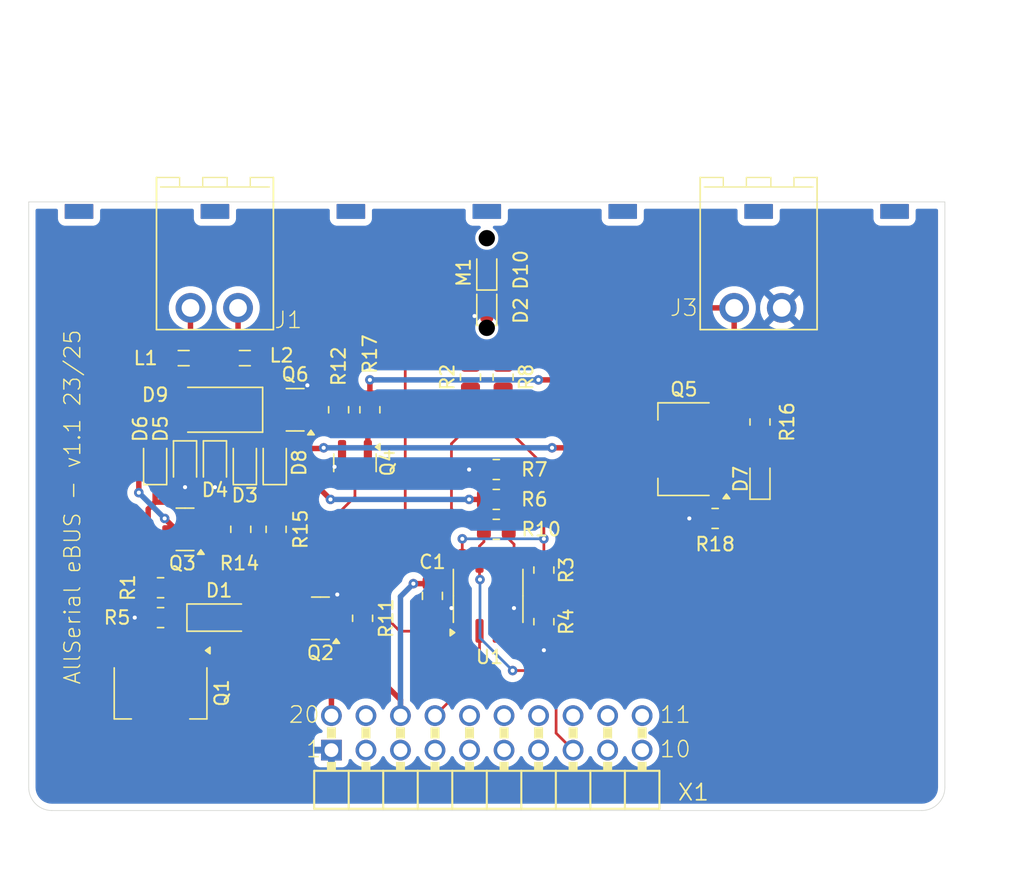
<source format=kicad_pcb>
(kicad_pcb (version 20241229) (generator "pcbnew") (generator_version "9.0")
  (layers (0 "F.Cu" signal) (2 "B.Cu" signal) (13 "F.Paste" user) (15 "B.Paste" user) (5 "F.SilkS" user "F.Silkscreen") (7 "B.SilkS" user "B.Silkscreen") (1 "F.Mask" user) (3 "B.Mask" user) (25 "Edge.Cuts" user))
  (net 0 "")
  (net 13 "Net-(D1-A)")
  (net 14 "Net-(Q2-B)")
  (net 15 "Net-(D1-K)")
  (net 16 "Net-(D2-A)")
  (net 17 "Net-(D10-A)")
  (net 18 "Net-(Q1-C-Pad2)")
  (net 19 "GND")
  (net 20 "Net-(U1B-+)")
  (net 21 "Net-(J1-Pin_2)")
  (net 22 "Net-(R11-Pad1)")
  (net 23 "Net-(U1A--)")
  (net 24 "+5V")
  (net 25 "Net-(D3-A)")
  (net 26 "Net-(D3-K)")
  (net 27 "Net-(D5-K)")
  (net 28 "Net-(D8-A)")
  (net 29 "+24V")
  (net 30 "Net-(Q3-B)")
  (net 31 "Net-(Q4-C)")
  (net 32 "Net-(Q4-B)")
  (net 33 "Net-(Q6-B)")
  (net 34 "Net-(X1A-RXD)")
  (net 35 "Net-(Q5-E)")
  (net 36 "Net-(D7-K)")
  (net 37 "Net-(J1-Pin_1)")
  (net 38 "+2V5")
  (footprint "Resistor_SMD:R_0805_2012Metric" (layer "F.Cu") (at 150.77 86.545 -90)
    (property "Reference" "R8" (at 0 -1.7 90) (layer "F.SilkS"))
    (property "Value" "220")
    (pad "1" smd roundrect (at -0.9125 0 270) (size 1.025 1.4) (layers "F.Cu" "F.Mask" "F.Paste") (roundrect_rratio 0.243902) (net 17 "Net-(D10-A)"))
    (pad "2" smd roundrect (at 0.9125 0 270) (size 1.025 1.4) (layers "F.Cu" "F.Mask" "F.Paste") (roundrect_rratio 0.243902) (net 24 "+5V"))
  )
  (footprint "Resistor_SMD:R_0805_2012Metric" (layer "F.Cu") (at 138.67 88.945 90)
    (property "Reference" "R12" (at 3.2 0 90) (layer "F.SilkS"))
    (property "Value" "4k7")
    (pad "1" smd roundrect (at -0.9125 0 90) (size 1.025 1.4) (layers "F.Cu" "F.Mask" "F.Paste") (roundrect_rratio 0.243902) (net 33 "Net-(Q6-B)"))
    (pad "2" smd roundrect (at 0.9125 0 90) (size 1.025 1.4) (layers "F.Cu" "F.Mask" "F.Paste") (roundrect_rratio 0.243902) (net 29 "+24V"))
  )
  (footprint "Diode_SMD:D_SOD-323" (layer "F.Cu") (at 131.77 92.845 90)
    (property "Reference" "D3" (at -2.4 0 180) (layer "F.SilkS"))
    (property "Value" "SD103AWS")
    (pad "1" smd roundrect (at -1.05 0 90) (size 0.6 0.45) (layers "F.Cu" "F.Mask" "F.Paste") (net 26 "Net-(D3-K)"))
    (pad "2" smd roundrect (at 1.05 0 90) (size 0.6 0.45) (layers "F.Cu" "F.Mask" "F.Paste") (net 25 "Net-(D3-A)"))
  )
  (footprint "Inductor_SMD:L_0805_2012Metric" (layer "F.Cu") (at 127.27 85.145 180)
    (property "Reference" "L1" (at 2.8 0 0) (layer "F.SilkS"))
    (property "Value" "~")
    (pad "1" smd roundrect (at -1.0625 0 180) (size 0.875 1.2) (layers "F.Cu" "F.Mask" "F.Paste") (net 27 "Net-(D5-K)"))
    (pad "2" smd roundrect (at 1.0625 0 180) (size 0.875 1.2) (layers "F.Cu" "F.Mask" "F.Paste") (net 21 "Net-(J1-Pin_2)"))
  )
  (footprint "Resistor_SMD:R_0805_2012Metric" (layer "F.Cu") (at 131.47 97.745 90)
    (property "Reference" "R14" (at -2.5 -0.1 180) (layer "F.SilkS"))
    (property "Value" "12k")
    (pad "1" smd roundrect (at -0.9125 0 90) (size 1.025 1.4) (layers "F.Cu" "F.Mask" "F.Paste") (roundrect_rratio 0.243902) (net 30 "Net-(Q3-B)"))
    (pad "2" smd roundrect (at 0.9125 0 90) (size 1.025 1.4) (layers "F.Cu" "F.Mask" "F.Paste") (roundrect_rratio 0.243902) (net 26 "Net-(D3-K)"))
  )
  (footprint "Resistor_SMD:R_0805_2012Metric" (layer "F.Cu") (at 125.57 104.245 180)
    (property "Reference" "R5" (at 3.2 0 0) (layer "F.SilkS"))
    (property "Value" "6R8")
    (pad "1" smd roundrect (at -0.9125 0 180) (size 1.025 1.4) (layers "F.Cu" "F.Mask" "F.Paste") (roundrect_rratio 0.243902) (net 18 "Net-(Q1-C-Pad2)"))
    (pad "2" smd roundrect (at 0.9125 0 180) (size 1.025 1.4) (layers "F.Cu" "F.Mask" "F.Paste") (roundrect_rratio 0.243902) (net 19 "GND"))
  )
  (footprint "Inductor_SMD:L_0805_2012Metric" (layer "F.Cu") (at 131.77 85.145 180)
    (property "Reference" "L2" (at -2.7 0.2 0) (layer "F.SilkS"))
    (property "Value" "~")
    (pad "1" smd roundrect (at -1.0625 0 180) (size 0.875 1.2) (layers "F.Cu" "F.Mask" "F.Paste") (net 37 "Net-(J1-Pin_1)"))
    (pad "2" smd roundrect (at 1.0625 0 180) (size 0.875 1.2) (layers "F.Cu" "F.Mask" "F.Paste") (net 25 "Net-(D3-A)"))
  )
  (footprint "Resistor_SMD:R_0805_2012Metric" (layer "F.Cu") (at 153.77 104.545 -90)
    (property "Reference" "R4" (at 0 -1.65 90) (layer "F.SilkS"))
    (property "Value" "12k")
    (pad "1" smd roundrect (at -0.9125 0 270) (size 1.025 1.4) (layers "F.Cu" "F.Mask" "F.Paste") (roundrect_rratio 0.243902) (net 38 "+2V5"))
    (pad "2" smd roundrect (at 0.9125 0 270) (size 1.025 1.4) (layers "F.Cu" "F.Mask" "F.Paste") (roundrect_rratio 0.243902) (net 19 "GND"))
  )
  (footprint "AllSerial:Metz_PT11302HBBN_182" (layer "F.Cu") (at 169.57 81.445 180)
    (property "Reference" "J3" (at 6.6 -0.7 0) (layer "F.SilkS") (effects (font (size 1.2065 1.2065) (thickness 0.09652)) (justify left bottom)))
    (property "Value" "Conn_01x02")
    (pad "1" thru_hole circle (at -1.7 0 270) (size 2.1844 2.1844) (drill 1.3) (layers "*.Cu" "*.Mask") (net 19 "GND"))
    (pad "2" thru_hole circle (at 1.8 0 270) (size 2.1844 2.1844) (drill 1.3) (layers "*.Cu" "*.Mask") (net 29 "+24V"))
  )
  (footprint "AllSerial:Mentor 1296.2012" (layer "F.Cu") (at 149.57 79.615 90)
    (property "Reference" "M1" (at 0.77 -1.7 90) (layer "F.SilkS"))
    (property "Value" "~")
    (pad "" np_thru_hole circle (at -3.3 0 90) (size 1.2 1.2) (drill 1.2) (layers "*.Mask"))
    (pad "" np_thru_hole circle (at 3.3 0 90) (size 1.2 1.2) (drill 1.2) (layers "*.Mask"))
  )
  (footprint "Diode_SMD:D_SOD-123" (layer "F.Cu") (at 129.87 104.245)
    (property "Reference" "D1" (at 0 -2 0) (layer "F.SilkS"))
    (property "Value" "BZT52C7V5S")
    (pad "1" smd roundrect (at -1.65 0) (size 0.9 1.2) (layers "F.Cu" "F.Mask" "F.Paste") (net 15 "Net-(D1-K)"))
    (pad "2" smd roundrect (at 1.65 0) (size 0.9 1.2) (layers "F.Cu" "F.Mask" "F.Paste") (net 13 "Net-(D1-A)"))
  )
  (footprint "Package_TO_SOT_SMD:SOT-23" (layer "F.Cu") (at 135.47 88.945 180)
    (property "Reference" "Q6" (at 0 2.6 0) (layer "F.SilkS"))
    (property "Value" "BC847")
    (pad "1" smd roundrect (at -0.9375 -0.95 180) (size 1.475 0.6) (layers "F.Cu" "F.Mask" "F.Paste") (net 33 "Net-(Q6-B)"))
    (pad "2" smd roundrect (at -0.9375 0.95 180) (size 1.475 0.6) (layers "F.Cu" "F.Mask" "F.Paste") (net 19 "GND"))
    (pad "3" smd roundrect (at 0.9375 0 180) (size 1.475 0.6) (layers "F.Cu" "F.Mask" "F.Paste") (net 25 "Net-(D3-A)"))
  )
  (footprint "LED_SMD:LED_0603_1608Metric" (layer "F.Cu") (at 169.67 94.045 90)
    (property "Reference" "D7" (at 0 -1.43 90) (layer "F.SilkS"))
    (property "Value" "RD")
    (pad "1" smd roundrect (at -0.7875 0 90) (size 0.875 0.95) (layers "F.Cu" "F.Mask" "F.Paste") (net 36 "Net-(D7-K)"))
    (pad "2" smd roundrect (at 0.7875 0 90) (size 0.875 0.95) (layers "F.Cu" "F.Mask" "F.Paste") (net 29 "+24V"))
  )
  (footprint "Package_TO_SOT_SMD:SOT-223" (layer "F.Cu") (at 164.07 91.845 180)
    (property "Reference" "Q5" (at 0 4.4 0) (layer "F.SilkS"))
    (property "Value" "Q_PNP_BCEC")
    (pad "1" smd roundrect (at -3.15 -2.3 180) (size 2 1.5) (layers "F.Cu" "F.Mask" "F.Paste") (net 36 "Net-(D7-K)"))
    (pad "2" smd roundrect (at -3.15 0 180) (size 2 1.5) (layers "F.Cu" "F.Mask" "F.Paste") (net 28 "Net-(D8-A)"))
    (pad "3" smd roundrect (at -3.15 2.3 180) (size 2 1.5) (layers "F.Cu" "F.Mask" "F.Paste") (net 35 "Net-(Q5-E)"))
    (pad "4" smd roundrect (at 3.15 0 180) (size 2 3.8) (layers "F.Cu" "F.Mask" "F.Paste") (net 28 "Net-(D8-A)"))
  )
  (footprint "LED_SMD:LED_0603_1608Metric" (layer "F.Cu") (at 149.57 81.245 90)
    (property "Reference" "D2" (at -0.4 2.5 90) (layer "F.SilkS"))
    (property "Value" "GN")
    (pad "1" smd roundrect (at -0.7875 0 90) (size 0.875 0.95) (layers "F.Cu" "F.Mask" "F.Paste") (net 19 "GND"))
    (pad "2" smd roundrect (at 0.7875 0 90) (size 0.875 0.95) (layers "F.Cu" "F.Mask" "F.Paste") (net 16 "Net-(D2-A)"))
  )
  (footprint "AllSerial:SlaveBoard" (layer "F.Cu") (at 149.57 118.445)
    (property "Reference" "X1" (at 13.97 -0.635 0) (layer "F.SilkS") (effects (font (size 1.2065 1.2065) (thickness 0.127)) (justify left bottom)))
    (property "Value" "AllSerial_Connector" (hide yes))
    (fp_rect (start -31 -44.6) (end -29 -43.6) (stroke (width 0.1)) (fill yes) (layer "F.Cu"))
    (fp_rect (start -21 -44.6) (end -19 -43.6) (stroke (width 0.1)) (fill yes) (layer "F.Cu"))
    (fp_rect (start -11 -44.6) (end -9 -43.6) (stroke (width 0.1)) (fill yes) (layer "F.Cu"))
    (fp_rect (start -1 -44.6) (end 1 -43.6) (stroke (width 0.1)) (fill yes) (layer "F.Cu"))
    (fp_rect (start 9 -44.6) (end 11 -43.6) (stroke (width 0.1)) (fill yes) (layer "F.Cu"))
    (fp_rect (start 19 -44.6) (end 21 -43.6) (stroke (width 0.1)) (fill yes) (layer "F.Cu"))
    (fp_rect (start 29 -44.6) (end 31 -43.6) (stroke (width 0.1)) (fill yes) (layer "F.Cu"))
    (fp_rect (start -31 -44.6) (end -29 -43.6) (stroke (width 0.1)) (fill yes) (layer "B.Cu"))
    (fp_rect (start -21 -44.6) (end -19 -43.6) (stroke (width 0.1)) (fill yes) (layer "B.Cu"))
    (fp_rect (start -11 -44.6) (end -9 -43.6) (stroke (width 0.1)) (fill yes) (layer "B.Cu"))
    (fp_rect (start -1 -44.6) (end 1 -43.6) (stroke (width 0.1)) (fill yes) (layer "B.Cu"))
    (fp_rect (start 9 -44.6) (end 11 -43.6) (stroke (width 0.1)) (fill yes) (layer "B.Cu"))
    (fp_rect (start 19 -44.6) (end 21 -43.6) (stroke (width 0.1)) (fill yes) (layer "B.Cu"))
    (fp_rect (start 29 -44.6) (end 31 -43.6) (stroke (width 0.1)) (fill yes) (layer "B.Cu"))
    (fp_line (start -33.7 -44.8) (end 33.7 -44.8) (stroke (width 0.05)) (layer "Edge.Cuts"))
    (fp_line (start -33.7 -1.7) (end -33.7 -44.8) (stroke (width 0.05)) (layer "Edge.Cuts"))
    (fp_line (start 32 0) (end -32 0) (stroke (width 0.05)) (layer "Edge.Cuts"))
    (fp_line (start 33.7 -44.8) (end 33.7 -1.7) (stroke (width 0.05)) (layer "Edge.Cuts"))
    (fp_arc (start -32 0) (mid -33.202082 -0.497918) (end -33.7 -1.7) (stroke (width 0.05)) (layer "Edge.Cuts"))
    (fp_arc (start 33.7 -1.7) (mid 33.202082 -0.497918) (end 32 0) (stroke (width 0.05)) (layer "Edge.Cuts"))
    (fp_text user "1" (at -13.38 -3.81 0) (layer "F.SilkS") (effects (font (size 1.2065 1.2065) (thickness 0.1016)) (justify left bottom)))
    (fp_text user "20" (at -14.65 -6.35 0) (layer "F.SilkS") (effects (font (size 1.2065 1.2065) (thickness 0.1016)) (justify left bottom)))
    (fp_text user "10" (at 12.655 -3.81 0) (layer "F.SilkS") (effects (font (size 1.2065 1.2065) (thickness 0.1016)) (justify left bottom)))
    (fp_text user "11" (at 12.655 -6.35 0) (layer "F.SilkS") (effects (font (size 1.2065 1.2065) (thickness 0.1016)) (justify left bottom)))
    (pad "1" thru_hole rect (at -11.43 -4.445 180) (size 1.524 1.524) (drill 1.016) (layers "*.Cu" "*.Mask") (net 19 "GND"))
    (pad "2" thru_hole circle (at -8.89 -4.445 180) (size 1.524 1.524) (drill 1.016) (layers "*.Cu" "*.Mask"))
    (pad "3" thru_hole circle (at -6.35 -4.445 180) (size 1.524 1.524) (drill 1.016) (layers "*.Cu" "*.Mask"))
    (pad "4" thru_hole circle (at -3.81 -4.445 180) (size 1.524 1.524) (drill 1.016) (layers "*.Cu" "*.Mask"))
    (pad "5" thru_hole circle (at -1.27 -4.445 180) (size 1.524 1.524) (drill 1.016) (layers "*.Cu" "*.Mask"))
    (pad "6" thru_hole circle (at 1.27 -4.445 180) (size 1.524 1.524) (drill 1.016) (layers "*.Cu" "*.Mask"))
    (pad "7" thru_hole circle (at 3.81 -4.445 180) (size 1.524 1.524) (drill 1.016) (layers "*.Cu" "*.Mask"))
    (pad "8" thru_hole circle (at 6.35 -4.445 180) (size 1.524 1.524) (drill 1.016) (layers "*.Cu" "*.Mask") (net 34 "Net-(X1A-RXD)"))
    (pad "9" thru_hole circle (at 8.89 -4.445 180) (size 1.524 1.524) (drill 1.016) (layers "*.Cu" "*.Mask"))
    (pad "10" thru_hole circle (at 11.43 -4.445 180) (size 1.524 1.524) (drill 1.016) (layers "*.Cu" "*.Mask"))
    (pad "11" thru_hole circle (at 11.43 -6.985 180) (size 1.524 1.524) (drill 1.016) (layers "*.Cu" "*.Mask"))
    (pad "12" thru_hole circle (at 8.89 -6.985 180) (size 1.524 1.524) (drill 1.016) (layers "*.Cu" "*.Mask"))
    (pad "13" thru_hole circle (at 6.35 -6.985 180) (size 1.524 1.524) (drill 1.016) (layers "*.Cu" "*.Mask"))
    (pad "14" thru_hole circle (at 3.81 -6.985 180) (size 1.524 1.524) (drill 1.016) (layers "*.Cu" "*.Mask"))
    (pad "15" thru_hole circle (at 1.27 -6.985 180) (size 1.524 1.524) (drill 1.016) (layers "*.Cu" "*.Mask"))
    (pad "16" thru_hole circle (at -1.27 -6.985 180) (size 1.524 1.524) (drill 1.016) (layers "*.Cu" "*.Mask"))
    (pad "17" thru_hole circle (at -3.81 -6.985 180) (size 1.524 1.524) (drill 1.016) (layers "*.Cu" "*.Mask") (net 23 "Net-(U1A--)"))
    (pad "18" thru_hole circle (at -6.35 -6.985 180) (size 1.524 1.524) (drill 1.016) (layers "*.Cu" "*.Mask") (net 24 "+5V"))
    (pad "19" thru_hole circle (at -8.89 -6.985 180) (size 1.524 1.524) (drill 1.016) (layers "*.Cu" "*.Mask"))
    (pad "20" thru_hole circle (at -11.43 -6.985 180) (size 1.524 1.524) (drill 1.016) (layers "*.Cu" "*.Mask") (net 24 "+5V"))
  )
  (footprint "Resistor_SMD:R_0805_2012Metric" (layer "F.Cu") (at 148.37 86.545 -90)
    (property "Reference" "R2" (at 0 1.7 90) (layer "F.SilkS"))
    (property "Value" "220")
    (pad "1" smd roundrect (at -0.9125 0 270) (size 1.025 1.4) (layers "F.Cu" "F.Mask" "F.Paste") (roundrect_rratio 0.243902) (net 16 "Net-(D2-A)"))
    (pad "2" smd roundrect (at 0.9125 0 270) (size 1.025 1.4) (layers "F.Cu" "F.Mask" "F.Paste") (roundrect_rratio 0.243902) (net 34 "Net-(X1A-RXD)"))
  )
  (footprint "Resistor_SMD:R_0805_2012Metric" (layer "F.Cu") (at 169.67 89.845 90)
    (property "Reference" "R16" (at 0 2 90) (layer "F.SilkS"))
    (property "Value" "22")
    (pad "1" smd roundrect (at -0.9125 0 90) (size 1.025 1.4) (layers "F.Cu" "F.Mask" "F.Paste") (roundrect_rratio 0.243902) (net 29 "+24V"))
    (pad "2" smd roundrect (at 0.9125 0 90) (size 1.025 1.4) (layers "F.Cu" "F.Mask" "F.Paste") (roundrect_rratio 0.243902) (net 35 "Net-(Q5-E)"))
  )
  (footprint "Resistor_SMD:R_0805_2012Metric" (layer "F.Cu") (at 140.97 88.945 90)
    (property "Reference" "R17" (at 4.1 0 90) (layer "F.SilkS"))
    (property "Value" "4k7")
    (pad "1" smd roundrect (at -0.9125 0 90) (size 1.025 1.4) (layers "F.Cu" "F.Mask" "F.Paste") (roundrect_rratio 0.243902) (net 32 "Net-(Q4-B)"))
    (pad "2" smd roundrect (at 0.9125 0 90) (size 1.025 1.4) (layers "F.Cu" "F.Mask" "F.Paste") (roundrect_rratio 0.243902) (net 29 "+24V"))
  )
  (footprint "Resistor_SMD:R_0805_2012Metric" (layer "F.Cu") (at 166.37 96.945 180)
    (property "Reference" "R18" (at 0 -1.9 0) (layer "F.SilkS"))
    (property "Value" "12k")
    (pad "1" smd roundrect (at -0.9125 0 180) (size 1.025 1.4) (layers "F.Cu" "F.Mask" "F.Paste") (roundrect_rratio 0.243902) (net 36 "Net-(D7-K)"))
    (pad "2" smd roundrect (at 0.9125 0 180) (size 1.025 1.4) (layers "F.Cu" "F.Mask" "F.Paste") (roundrect_rratio 0.243902) (net 19 "GND"))
  )
  (footprint "LED_SMD:LED_0603_1608Metric" (layer "F.Cu") (at 149.57 78.645 90)
    (property "Reference" "D10" (at 0 2.5 90) (layer "F.SilkS"))
    (property "Value" "RD")
    (pad "1" smd roundrect (at -0.7875 0 90) (size 0.875 0.95) (layers "F.Cu" "F.Mask" "F.Paste") (net 13 "Net-(D1-A)"))
    (pad "2" smd roundrect (at 0.7875 0 90) (size 0.875 0.95) (layers "F.Cu" "F.Mask" "F.Paste") (net 17 "Net-(D10-A)"))
  )
  (footprint "Capacitor_SMD:C_0805_2012Metric" (layer "F.Cu") (at 145.57 102.645 -90)
    (property "Reference" "C1" (at -2.5 0 180) (layer "F.SilkS"))
    (property "Value" "100n")
    (pad "1" smd roundrect (at -0.95 0 270) (size 1 1.45) (layers "F.Cu" "F.Mask" "F.Paste") (net 24 "+5V"))
    (pad "2" smd roundrect (at 0.95 0 270) (size 1 1.45) (layers "F.Cu" "F.Mask" "F.Paste") (net 19 "GND"))
  )
  (footprint "Resistor_SMD:R_0805_2012Metric" (layer "F.Cu") (at 150.27 95.545 180)
    (property "Reference" "R6" (at -2.8 0 0) (layer "F.SilkS"))
    (property "Value" "47k")
    (pad "1" smd roundrect (at -0.9125 0 180) (size 1.025 1.4) (layers "F.Cu" "F.Mask" "F.Paste") (roundrect_rratio 0.243902) (net 20 "Net-(U1B-+)"))
    (pad "2" smd roundrect (at 0.9125 0 180) (size 1.025 1.4) (layers "F.Cu" "F.Mask" "F.Paste") (roundrect_rratio 0.243902) (net 26 "Net-(D3-K)"))
  )
  (footprint "Package_TO_SOT_SMD:SOT-23" (layer "F.Cu") (at 139.87 92.845 -90)
    (property "Reference" "Q4" (at 0 -2.4 90) (layer "F.SilkS"))
    (property "Value" "BC847")
    (pad "1" smd roundrect (at -0.9375 -0.95 270) (size 1.475 0.6) (layers "F.Cu" "F.Mask" "F.Paste") (net 32 "Net-(Q4-B)"))
    (pad "2" smd roundrect (at -0.9375 0.95 270) (size 1.475 0.6) (layers "F.Cu" "F.Mask" "F.Paste") (net 19 "GND"))
    (pad "3" smd roundrect (at 0.9375 0 270) (size 1.475 0.6) (layers "F.Cu" "F.Mask" "F.Paste") (net 31 "Net-(Q4-C)"))
  )
  (footprint "Resistor_SMD:R_0805_2012Metric" (layer "F.Cu") (at 140.4325 104.295 -90)
    (property "Reference" "R11" (at 0 -1.7375 90) (layer "F.SilkS"))
    (property "Value" "12k")
    (pad "1" smd roundrect (at -0.9125 0 270) (size 1.025 1.4) (layers "F.Cu" "F.Mask" "F.Paste") (roundrect_rratio 0.243902) (net 22 "Net-(R11-Pad1)"))
    (pad "2" smd roundrect (at 0.9125 0 270) (size 1.025 1.4) (layers "F.Cu" "F.Mask" "F.Paste") (roundrect_rratio 0.243902) (net 14 "Net-(Q2-B)"))
  )
  (footprint "Resistor_SMD:R_0805_2012Metric" (layer "F.Cu") (at 150.27 97.745)
    (property "Reference" "R10" (at 3.3 0 0) (layer "F.SilkS"))
    (property "Value" "220k")
    (pad "1" smd roundrect (at -0.9125 0) (size 1.025 1.4) (layers "F.Cu" "F.Mask" "F.Paste") (roundrect_rratio 0.243902) (net 34 "Net-(X1A-RXD)"))
    (pad "2" smd roundrect (at 0.9125 0) (size 1.025 1.4) (layers "F.Cu" "F.Mask" "F.Paste") (roundrect_rratio 0.243902) (net 20 "Net-(U1B-+)"))
  )
  (footprint "Package_TO_SOT_SMD:SOT-23" (layer "F.Cu") (at 127.37 97.745 180)
    (property "Reference" "Q3" (at 0.2 -2.5 0) (layer "F.SilkS"))
    (property "Value" "BC857")
    (pad "1" smd roundrect (at -0.9375 -0.95 180) (size 1.475 0.6) (layers "F.Cu" "F.Mask" "F.Paste") (net 30 "Net-(Q3-B)"))
    (pad "2" smd roundrect (at -0.9375 0.95 180) (size 1.475 0.6) (layers "F.Cu" "F.Mask" "F.Paste") (net 26 "Net-(D3-K)"))
    (pad "3" smd roundrect (at 0.9375 0 180) (size 1.475 0.6) (layers "F.Cu" "F.Mask" "F.Paste") (net 27 "Net-(D5-K)"))
  )
  (footprint "Diode_SMD:D_SMA" (layer "F.Cu") (at 129.57 88.945 180)
    (property "Reference" "D9" (at 4.4 1.1 0) (layer "F.SilkS"))
    (property "Value" "P4SMAJ30CA")
    (pad "1" smd roundrect (at -2 0 180) (size 2.5 1.8) (layers "F.Cu" "F.Mask" "F.Paste") (roundrect_rratio 0.1388888889) (net 25 "Net-(D3-A)"))
    (pad "2" smd roundrect (at 2 0 180) (size 2.5 1.8) (layers "F.Cu" "F.Mask" "F.Paste") (roundrect_rratio 0.1388888889) (net 27 "Net-(D5-K)"))
  )
  (footprint "Resistor_SMD:R_0805_2012Metric" (layer "F.Cu") (at 134.07 97.745 90)
    (property "Reference" "R15" (at 0 1.8 90) (layer "F.SilkS"))
    (property "Value" "4k7")
    (pad "1" smd roundrect (at -0.9125 0 90) (size 1.025 1.4) (layers "F.Cu" "F.Mask" "F.Paste") (roundrect_rratio 0.243902) (net 30 "Net-(Q3-B)"))
    (pad "2" smd roundrect (at 0.9125 0 90) (size 1.025 1.4) (layers "F.Cu" "F.Mask" "F.Paste") (roundrect_rratio 0.243902) (net 31 "Net-(Q4-C)"))
  )
  (footprint "Diode_SMD:D_SOD-323" (layer "F.Cu") (at 129.57 92.845 -90)
    (property "Reference" "D4" (at 2 0 180) (layer "F.SilkS"))
    (property "Value" "SD103AWS")
    (pad "1" smd roundrect (at -1.05 0 270) (size 0.6 0.45) (layers "F.Cu" "F.Mask" "F.Paste") (net 25 "Net-(D3-A)"))
    (pad "2" smd roundrect (at 1.05 0 270) (size 0.6 0.45) (layers "F.Cu" "F.Mask" "F.Paste") (net 19 "GND"))
  )
  (footprint "Resistor_SMD:R_0805_2012Metric" (layer "F.Cu") (at 125.57 102.045)
    (property "Reference" "R1" (at -2.4 0 90) (layer "F.SilkS"))
    (property "Value" "470")
    (pad "1" smd roundrect (at -0.9125 0) (size 1.025 1.4) (layers "F.Cu" "F.Mask" "F.Paste") (roundrect_rratio 0.243902) (net 26 "Net-(D3-K)"))
    (pad "2" smd roundrect (at 0.9125 0) (size 1.025 1.4) (layers "F.Cu" "F.Mask" "F.Paste") (roundrect_rratio 0.243902) (net 15 "Net-(D1-K)"))
  )
  (footprint "Resistor_SMD:R_0805_2012Metric" (layer "F.Cu") (at 153.77 100.745 -90)
    (property "Reference" "R3" (at 0 -1.65 90) (layer "F.SilkS"))
    (property "Value" "12k")
    (pad "1" smd roundrect (at -0.9125 0 270) (size 1.025 1.4) (layers "F.Cu" "F.Mask" "F.Paste") (roundrect_rratio 0.243902) (net 24 "+5V"))
    (pad "2" smd roundrect (at 0.9125 0 270) (size 1.025 1.4) (layers "F.Cu" "F.Mask" "F.Paste") (roundrect_rratio 0.243902) (net 38 "+2V5"))
  )
  (footprint "Diode_SMD:D_SOD-323" (layer "F.Cu") (at 125.17 92.845 90)
    (property "Reference" "D6" (at 2.5 -1.1 90) (layer "F.SilkS"))
    (property "Value" "SD103AWS")
    (pad "1" smd roundrect (at -1.05 0 90) (size 0.6 0.45) (layers "F.Cu" "F.Mask" "F.Paste") (net 26 "Net-(D3-K)"))
    (pad "2" smd roundrect (at 1.05 0 90) (size 0.6 0.45) (layers "F.Cu" "F.Mask" "F.Paste") (net 27 "Net-(D5-K)"))
  )
  (footprint "Diode_SMD:D_SOD-323" (layer "F.Cu") (at 127.37 92.845 -90)
    (property "Reference" "D5" (at -2.5 1.8 90) (layer "F.SilkS"))
    (property "Value" "SD103AWS")
    (pad "1" smd roundrect (at -1.05 0 270) (size 0.6 0.45) (layers "F.Cu" "F.Mask" "F.Paste") (net 27 "Net-(D5-K)"))
    (pad "2" smd roundrect (at 1.05 0 270) (size 0.6 0.45) (layers "F.Cu" "F.Mask" "F.Paste") (net 19 "GND"))
  )
  (footprint "AllSerial:Metz_PT11302HBBN_182" (layer "F.Cu") (at 129.57 81.445 180)
    (property "Reference" "J1" (at -4.3 -1.6 0) (layer "F.SilkS") (effects (font (size 1.2065 1.2065) (thickness 0.09652)) (justify left bottom)))
    (property "Value" "~")
    (pad "1" thru_hole circle (at -1.7 0 270) (size 2.1844 2.1844) (drill 1.3) (layers "*.Cu" "*.Mask") (net 37 "Net-(J1-Pin_1)"))
    (pad "2" thru_hole circle (at 1.8 0 270) (size 2.1844 2.1844) (drill 1.3) (layers "*.Cu" "*.Mask") (net 21 "Net-(J1-Pin_2)"))
  )
  (footprint "Resistor_SMD:R_0805_2012Metric" (layer "F.Cu") (at 150.27 93.345 180)
    (property "Reference" "R7" (at -2.8 0 0) (layer "F.SilkS"))
    (property "Value" "12k")
    (pad "1" smd roundrect (at -0.9125 0 180) (size 1.025 1.4) (layers "F.Cu" "F.Mask" "F.Paste") (roundrect_rratio 0.243902) (net 20 "Net-(U1B-+)"))
    (pad "2" smd roundrect (at 0.9125 0 180) (size 1.025 1.4) (layers "F.Cu" "F.Mask" "F.Paste") (roundrect_rratio 0.243902) (net 19 "GND"))
  )
  (footprint "Diode_SMD:D_SOD-323" (layer "F.Cu") (at 133.97 92.845 90)
    (property "Reference" "D8" (at 0 1.8 90) (layer "F.SilkS"))
    (property "Value" "SD103AWS")
    (pad "1" smd roundrect (at -1.05 0 90) (size 0.6 0.45) (layers "F.Cu" "F.Mask" "F.Paste") (net 26 "Net-(D3-K)"))
    (pad "2" smd roundrect (at 1.05 0 90) (size 0.6 0.45) (layers "F.Cu" "F.Mask" "F.Paste") (net 28 "Net-(D8-A)"))
  )
  (footprint "Package_SO:SO-8_3.9x4.9mm_P1.27mm" (layer "F.Cu") (at 149.67 102.645 90)
    (property "Reference" "U1" (at -4.5 0.1 180) (layer "F.SilkS"))
    (property "Value" "LM293")
    (pad "1" smd roundrect (at -2.575 -1.905 90) (size 1.75 0.6) (layers "F.Cu" "F.Mask" "F.Paste") (net 22 "Net-(R11-Pad1)"))
    (pad "2" smd roundrect (at -2.575 -0.635 90) (size 1.75 0.6) (layers "F.Cu" "F.Mask" "F.Paste") (net 23 "Net-(U1A--)"))
    (pad "3" smd roundrect (at -2.575 0.635 90) (size 1.75 0.6) (layers "F.Cu" "F.Mask" "F.Paste") (net 38 "+2V5"))
    (pad "4" smd roundrect (at -2.575 1.905 90) (size 1.75 0.6) (layers "F.Cu" "F.Mask" "F.Paste") (net 19 "GND"))
    (pad "5" smd roundrect (at 2.575 1.905 90) (size 1.75 0.6) (layers "F.Cu" "F.Mask" "F.Paste") (net 20 "Net-(U1B-+)"))
    (pad "6" smd roundrect (at 2.575 0.635 90) (size 1.75 0.6) (layers "F.Cu" "F.Mask" "F.Paste") (net 38 "+2V5"))
    (pad "7" smd roundrect (at 2.575 -0.635 90) (size 1.75 0.6) (layers "F.Cu" "F.Mask" "F.Paste") (net 34 "Net-(X1A-RXD)"))
    (pad "8" smd roundrect (at 2.575 -1.905 90) (size 1.75 0.6) (layers "F.Cu" "F.Mask" "F.Paste") (net 24 "+5V"))
  )
  (footprint "Package_TO_SOT_SMD:SOT-223" (layer "F.Cu") (at 125.57 109.795 -90)
    (property "Reference" "Q1" (at 0 -4.5 90) (layer "F.SilkS"))
    (property "Value" "Q_PNP_BCEC")
    (pad "1" smd roundrect (at -3.15 -2.3 270) (size 2 1.5) (layers "F.Cu" "F.Mask" "F.Paste") (net 15 "Net-(D1-K)"))
    (pad "2" smd roundrect (at -3.15 0 270) (size 2 1.5) (layers "F.Cu" "F.Mask" "F.Paste") (net 18 "Net-(Q1-C-Pad2)"))
    (pad "3" smd roundrect (at -3.15 2.3 270) (size 2 1.5) (layers "F.Cu" "F.Mask" "F.Paste") (net 26 "Net-(D3-K)"))
    (pad "4" smd roundrect (at 3.15 0 270) (size 2 3.8) (layers "F.Cu" "F.Mask" "F.Paste") (net 18 "Net-(Q1-C-Pad2)"))
  )
  (footprint "Package_TO_SOT_SMD:SOT-23" (layer "F.Cu") (at 137.3325 104.295 180)
    (property "Reference" "Q2" (at 0 -2.55 0) (layer "F.SilkS"))
    (property "Value" "BC847")
    (pad "1" smd roundrect (at -0.9375 -0.95 180) (size 1.475 0.6) (layers "F.Cu" "F.Mask" "F.Paste") (net 14 "Net-(Q2-B)"))
    (pad "2" smd roundrect (at -0.9375 0.95 180) (size 1.475 0.6) (layers "F.Cu" "F.Mask" "F.Paste") (net 19 "GND"))
    (pad "3" smd roundrect (at 0.9375 0 180) (size 1.475 0.6) (layers "F.Cu" "F.Mask" "F.Paste") (net 13 "Net-(D1-A)"))
  )
  (gr_line (start 149.57 82.045) (end 148.67 82.045) (stroke (width 0.2)) (layer "F.Cu") (net 19))
  (gr_text "AllSerial eBUS - v1.1 23/25" (at 119.77 109.245 90) (layer "F.SilkS") (effects (font (size 1.1684 1.1684) (thickness 0.1016)) (justify left bottom)))
  (segment (start 136.4825 104.2075) (end 136.395 104.295) (width 0.2) (layer "F.Cu") (net 13))
  (segment (start 138.07 100.545) (end 136.395 102.22) (width 0.2) (layer "F.Cu") (net 13))
  (segment (start 131.52 104.245) (end 136.345 104.245) (width 0.2) (layer "F.Cu") (net 13))
  (segment (start 136.395 102.22) (end 136.395 104.295) (width 0.2) (layer "F.Cu") (net 13))
  (segment (start 147.4825 79.4325) (end 143.57 83.345) (width 0.2) (layer "F.Cu") (net 13))
  (segment (start 136.345 104.245) (end 136.395 104.295) (width 0.2) (layer "F.Cu") (net 13))
  (segment (start 149.57 79.4325) (end 147.4825 79.4325) (width 0.2) (layer "F.Cu") (net 13))
  (segment (start 143.57 83.345) (end 143.57 98.445) (width 0.2) (layer "F.Cu") (net 13))
  (segment (start 141.47 100.545) (end 138.07 100.545) (width 0.2) (layer "F.Cu") (net 13))
  (segment (start 143.57 98.445) (end 141.47 100.545) (width 0.2) (layer "F.Cu") (net 13))
  (segment (start 140.395 105.245) (end 140.4325 105.2075) (width 0.2) (layer "F.Cu") (net 14))
  (segment (start 138.27 105.245) (end 140.395 105.245) (width 0.2) (layer "F.Cu") (net 14))
  (segment (start 127.87 105.545) (end 128.22 105.195) (width 0.2) (layer "F.Cu") (net 15))
  (segment (start 127.87 106.645) (end 127.87 105.545) (width 0.2) (layer "F.Cu") (net 15))
  (segment (start 128.22 102.895) (end 128.22 104.245) (width 0.2) (layer "F.Cu") (net 15))
  (segment (start 128.22 105.195) (end 128.22 104.245) (width 0.2) (layer "F.Cu") (net 15))
  (segment (start 126.4825 102.045) (end 127.37 102.045) (width 0.2) (layer "F.Cu") (net 15))
  (segment (start 127.37 102.045) (end 128.22 102.895) (width 0.2) (layer "F.Cu") (net 15))
  (segment (start 147.77 83.645) (end 148.37 84.245) (width 0.2) (layer "F.Cu") (net 16))
  (segment (start 148.6575 80.4575) (end 147.77 81.345) (width 0.2) (layer "F.Cu") (net 16))
  (segment (start 148.37 84.245) (end 148.37 85.6325) (width 0.2) (layer "F.Cu") (net 16))
  (segment (start 149.57 80.4575) (end 148.6575 80.4575) (width 0.2) (layer "F.Cu") (net 16))
  (segment (start 147.77 81.345) (end 147.77 83.645) (width 0.2) (layer "F.Cu") (net 16))
  (segment (start 149.57 77.8575) (end 150.1825 77.8575) (width 0.2) (layer "F.Cu") (net 17))
  (segment (start 150.77 78.445) (end 150.77 85.6325) (width 0.2) (layer "F.Cu") (net 17))
  (segment (start 150.1825 77.8575) (end 150.77 78.445) (width 0.2) (layer "F.Cu") (net 17))
  (segment (start 125.57 106.645) (end 125.57 112.945) (width 0.4) (layer "F.Cu") (net 18))
  (segment (start 125.57 106.245) (end 126.4825 105.3325) (width 0.4) (layer "F.Cu") (net 18))
  (segment (start 126.4825 105.3325) (end 126.4825 104.245) (width 0.4) (layer "F.Cu") (net 18))
  (segment (start 125.57 106.645) (end 125.57 106.245) (width 0.4) (layer "F.Cu") (net 18))
  (segment (start 151.575 103.55) (end 151.57 103.545) (width 0.4) (layer "F.Cu") (net 19))
  (segment (start 129.57 93.895) (end 129.57 94.645) (width 0.4) (layer "F.Cu") (net 19))
  (segment (start 138.27 103.345) (end 138.27 102.845) (width 0.4) (layer "F.Cu") (net 19))
  (segment (start 138.27 102.845) (end 138.57 102.545) (width 0.4) (layer "F.Cu") (net 19))
  (segment (start 138.92 92.595) (end 138.37 93.145) (width 0.4) (layer "F.Cu") (net 19))
  (segment (start 165.4575 96.945) (end 164.47 96.945) (width 0.2) (layer "F.Cu") (net 19))
  (segment (start 145.57 103.595) (end 146.92 103.595) (width 0.4) (layer "F.Cu") (net 19))
  (segment (start 151.575 105.22) (end 151.575 103.55) (width 0.4) (layer "F.Cu") (net 19))
  (segment (start 124.6575 104.245) (end 123.67 104.245) (width 0.4) (layer "F.Cu") (net 19))
  (segment (start 146.92 103.595) (end 146.97 103.545) (width 0.4) (layer "F.Cu") (net 19))
  (segment (start 136.4075 87.995) (end 136.4075 87.1825) (width 0.4) (layer "F.Cu") (net 19))
  (segment (start 138.92 91.9075) (end 138.92 92.595) (width 0.4) (layer "F.Cu") (net 19))
  (segment (start 153.77 105.4575) (end 153.77 106.645) (width 0.4) (layer "F.Cu") (net 19))
  (segment (start 136.4075 87.1825) (end 136.37 87.145) (width 0.4) (layer "F.Cu") (net 19))
  (segment (start 149.3575 93.345) (end 148.27 93.345) (width 0.4) (layer "F.Cu") (net 19))
  (segment (start 127.37 93.895) (end 127.37 94.645) (width 0.4) (layer "F.Cu") (net 19))
  (via (at 138.57 102.545) (size 0.7) (drill 0.3) (layers "F.Cu" "B.Cu") (net 19))
  (via (at 148.67 82.045) (size 0.7) (drill 0.3) (layers "F.Cu" "B.Cu") (net 19))
  (via (at 153.77 106.645) (size 0.7) (drill 0.3) (layers "F.Cu" "B.Cu") (net 19))
  (via (at 129.57 94.645) (size 0.7) (drill 0.3) (layers "F.Cu" "B.Cu") (net 19))
  (via (at 164.47 96.945) (size 0.7) (drill 0.3) (layers "F.Cu" "B.Cu") (net 19))
  (via (at 123.67 104.245) (size 0.7) (drill 0.3) (layers "F.Cu" "B.Cu") (net 19))
  (via (at 148.27 93.345) (size 0.7) (drill 0.3) (layers "F.Cu" "B.Cu") (net 19))
  (via (at 138.37 93.145) (size 0.7) (drill 0.3) (layers "F.Cu" "B.Cu") (net 19))
  (via (at 151.57 103.545) (size 0.7) (drill 0.3) (layers "F.Cu" "B.Cu") (net 19))
  (via (at 136.37 87.145) (size 0.7) (drill 0.3) (layers "F.Cu" "B.Cu") (net 19))
  (via (at 127.37 94.645) (size 0.7) (drill 0.3) (layers "F.Cu" "B.Cu") (net 19))
  (via (at 146.97 103.545) (size 0.7) (drill 0.3) (layers "F.Cu" "B.Cu") (net 19))
  (segment (start 151.1825 98.4575) (end 151.575 98.85) (width 0.2) (layer "F.Cu") (net 20))
  (segment (start 151.1825 95.545) (end 151.1825 97.745) (width 0.2) (layer "F.Cu") (net 20))
  (segment (start 151.1825 93.345) (end 151.1825 95.545) (width 0.2) (layer "F.Cu") (net 20))
  (segment (start 151.1825 97.745) (end 151.1825 98.4575) (width 0.2) (layer "F.Cu") (net 20))
  (segment (start 151.575 98.85) (end 151.575 100.07) (width 0.2) (layer "F.Cu") (net 20))
  (segment (start 127.77 83.5825) (end 126.2075 85.145) (width 0.4) (layer "F.Cu") (net 21))
  (segment (start 127.77 81) (end 127.77 83.5825) (width 0.4) (layer "F.Cu") (net 21))
  (segment (start 140.4325 103.3825) (end 141.3075 103.3825) (width 0.2) (layer "F.Cu") (net 22))
  (segment (start 141.3075 103.3825) (end 143.17 105.245) (width 0.2) (layer "F.Cu") (net 22))
  (segment (start 143.17 105.245) (end 147.74 105.245) (width 0.2) (layer "F.Cu") (net 22))
  (segment (start 147.74 105.245) (end 147.765 105.22) (width 0.2) (layer "F.Cu") (net 22))
  (segment (start 149.035 108.185) (end 149.035 105.22) (width 0.2) (layer "F.Cu") (net 23))
  (segment (start 145.76 111.46) (end 149.035 108.185) (width 0.2) (layer "F.Cu") (net 23))
  (segment (start 147.765 101.15) (end 147.765 100.07) (width 0.2) (layer "F.Cu") (net 24))
  (segment (start 145.57 101.695) (end 147.22 101.695) (width 0.2) (layer "F.Cu") (net 24))
  (segment (start 138.14 111.46) (end 138.14 110.175) (width 0.4) (layer "F.Cu") (net 24))
  (segment (start 142.27 109.345) (end 143.22 110.295) (width 0.4) (layer "F.Cu") (net 24))
  (segment (start 138.97 109.345) (end 142.27 109.345) (width 0.4) (layer "F.Cu") (net 24))
  (segment (start 153.77 98.445) (end 153.77 99.8325) (width 0.2) (layer "F.Cu") (net 24))
  (segment (start 138.14 110.175) (end 138.97 109.345) (width 0.4) (layer "F.Cu") (net 24))
  (segment (start 147.765 98.45) (end 147.77 98.445) (width 0.2) (layer "F.Cu") (net 24))
  (segment (start 147.765 100.07) (end 147.765 98.45) (width 0.2) (layer "F.Cu") (net 24))
  (segment (start 143.22 110.295) (end 143.22 111.46) (width 0.4) (layer "F.Cu") (net 24))
  (segment (start 144.17 101.745) (end 145.52 101.745) (width 0.4) (layer "F.Cu") (net 24))
  (segment (start 150.77 90.045) (end 153.77 93.045) (width 0.2) (layer "F.Cu") (net 24))
  (segment (start 153.77 93.045) (end 153.77 98.445) (width 0.2) (layer "F.Cu") (net 24))
  (segment (start 145.52 101.745) (end 145.57 101.695) (width 0.4) (layer "F.Cu") (net 24))
  (segment (start 147.22 101.695) (end 147.765 101.15) (width 0.2) (layer "F.Cu") (net 24))
  (segment (start 150.77 87.4575) (end 150.77 90.045) (width 0.2) (layer "F.Cu") (net 24))
  (via (at 144.17 101.745) (size 0.7) (drill 0.3) (layers "F.Cu" "B.Cu") (net 24))
  (via (at 153.77 98.445) (size 0.7) (drill 0.3) (layers "F.Cu" "B.Cu") (net 24))
  (via (at 147.77 98.445) (size 0.7) (drill 0.3) (layers "F.Cu" "B.Cu") (net 24))
  (segment (start 143.22 111.46) (end 143.22 102.695) (width 0.4) (layer "B.Cu") (net 24))
  (segment (start 147.77 98.445) (end 153.77 98.445) (width 0.2) (layer "B.Cu") (net 24))
  (segment (start 143.22 102.695) (end 144.17 101.745) (width 0.4) (layer "B.Cu") (net 24))
  (segment (start 131.27 88.645) (end 131.57 88.945) (width 0.4) (layer "F.Cu") (net 25))
  (segment (start 131.57 88.945) (end 134.5325 88.945) (width 0.4) (layer "F.Cu") (net 25))
  (segment (start 131.27 85.7075) (end 131.27 88.645) (width 0.4) (layer "F.Cu") (net 25))
  (segment (start 131.57 88.945) (end 131.77 89.145) (width 0.4) (layer "F.Cu") (net 25))
  (segment (start 129.57 91.795) (end 131.77 91.795) (width 0.4) (layer "F.Cu") (net 25))
  (segment (start 130.7075 85.145) (end 131.27 85.7075) (width 0.4) (layer "F.Cu") (net 25))
  (segment (start 131.77 89.145) (end 131.77 91.795) (width 0.4) (layer "F.Cu") (net 25))
  (segment (start 122.67 102.745) (end 123.37 102.045) (width 0.4) (layer "F.Cu") (net 26))
  (segment (start 123.27 105.845) (end 122.67 105.245) (width 0.4) (layer "F.Cu") (net 26))
  (segment (start 128.345 96.8325) (end 128.3075 96.795) (width 0.4) (layer "F.Cu") (net 26))
  (segment (start 127.42 96.795) (end 126.37 95.745) (width 0.4) (layer "F.Cu") (net 26))
  (segment (start 131.77 93.895) (end 133.97 93.895) (width 0.4) (layer "F.Cu") (net 26))
  (segment (start 136.42 93.895) (end 138.07 95.545) (width 0.4) (layer "F.Cu") (net 26))
  (segment (start 123.27 106.645) (end 123.27 105.845) (width 0.4) (layer "F.Cu") (net 26))
  (segment (start 128.3075 96.795) (end 127.42 96.795) (width 0.4) (layer "F.Cu") (net 26))
  (segment (start 126.37 95.745) (end 125.17 95.745) (width 0.4) (layer "F.Cu") (net 26))
  (segment (start 125.17 95.745) (end 125.17 93.895) (width 0.4) (layer "F.Cu") (net 26))
  (segment (start 122.67 105.245) (end 122.67 102.745) (width 0.4) (layer "F.Cu") (net 26))
  (segment (start 124.6575 102.045) (end 124.6575 96.2575) (width 0.4) (layer "F.Cu") (net 26))
  (segment (start 123.37 102.045) (end 124.6575 102.045) (width 0.4) (layer "F.Cu") (net 26))
  (segment (start 131.77 93.895) (end 131.47 94.195) (width 0.4) (layer "F.Cu") (net 26))
  (segment (start 148.27 95.545) (end 149.3575 95.545) (width 0.4) (layer "F.Cu") (net 26))
  (segment (start 131.47 96.8325) (end 128.345 96.8325) (width 0.4) (layer "F.Cu") (net 26))
  (segment (start 133.97 93.895) (end 136.42 93.895) (width 0.4) (layer "F.Cu") (net 26))
  (segment (start 124.6575 96.2575) (end 125.17 95.745) (width 0.4) (layer "F.Cu") (net 26))
  (segment (start 131.47 94.195) (end 131.47 96.8325) (width 0.4) (layer "F.Cu") (net 26))
  (segment (start 131.5325 96.845) (end 131.57 96.8825) (width 0.4) (layer "F.Cu") (net 26))
  (via (at 148.27 95.545) (size 0.7) (drill 0.3) (layers "F.Cu" "B.Cu") (net 26))
  (via (at 138.07 95.545) (size 0.7) (drill 0.3) (layers "F.Cu" "B.Cu") (net 26))
  (segment (start 138.07 95.545) (end 148.27 95.545) (width 0.4) (layer "B.Cu") (net 26))
  (segment (start 127.37 91.795) (end 125.17 91.795) (width 0.4) (layer "F.Cu") (net 27))
  (segment (start 126.4325 97.5075) (end 125.87 96.945) (width 0.4) (layer "F.Cu") (net 27))
  (segment (start 126.4325 97.745) (end 126.4325 97.5075) (width 0.4) (layer "F.Cu") (net 27))
  (segment (start 123.97 95.045) (end 123.97 92.545) (width 0.4) (layer "F.Cu") (net 27))
  (segment (start 127.57 88.945) (end 127.57 91.595) (width 0.4) (layer "F.Cu") (net 27))
  (segment (start 127.77 85.7075) (end 127.77 88.745) (width 0.4) (layer "F.Cu") (net 27))
  (segment (start 127.77 88.745) (end 127.57 88.945) (width 0.4) (layer "F.Cu") (net 27))
  (segment (start 124.72 91.795) (end 125.17 91.795) (width 0.4) (layer "F.Cu") (net 27))
  (segment (start 128.3325 85.145) (end 127.77 85.7075) (width 0.4) (layer "F.Cu") (net 27))
  (segment (start 123.97 92.545) (end 124.72 91.795) (width 0.4) (layer "F.Cu") (net 27))
  (segment (start 127.57 91.595) (end 127.37 91.795) (width 0.4) (layer "F.Cu") (net 27))
  (via (at 123.97 95.045) (size 0.7) (drill 0.3) (layers "F.Cu" "B.Cu") (net 27))
  (via (at 125.87 96.945) (size 0.7) (drill 0.3) (layers "F.Cu" "B.Cu") (net 27))
  (segment (start 125.87 96.945) (end 123.97 95.045) (width 0.4) (layer "B.Cu") (net 27))
  (segment (start 137.52 91.795) (end 133.97 91.795) (width 0.4) (layer "F.Cu") (net 28))
  (segment (start 155.37 91.845) (end 160.92 91.845) (width 0.4) (layer "F.Cu") (net 28))
  (segment (start 137.57 91.845) (end 137.52 91.795) (width 0.4) (layer "F.Cu") (net 28))
  (segment (start 154.37 91.745) (end 155.27 91.745) (width 0.4) (layer "F.Cu") (net 28))
  (segment (start 167.22 91.845) (end 160.92 91.845) (width 0.4) (layer "F.Cu") (net 28))
  (segment (start 155.27 91.745) (end 155.37 91.845) (width 0.4) (layer "F.Cu") (net 28))
  (via (at 137.57 91.745) (size 0.7) (drill 0.3) (layers "F.Cu" "B.Cu") (net 28))
  (via (at 154.37 91.745) (size 0.7) (drill 0.3) (layers "F.Cu" "B.Cu") (net 28))
  (segment (start 154.37 91.745) (end 137.67 91.745) (width 0.4) (layer "B.Cu") (net 28))
  (segment (start 137.67 91.745) (end 137.57 91.845) (width 0.4) (layer "B.Cu") (net 28))
  (segment (start 171.77 89.945) (end 171.77 87.345) (width 0.4) (layer "F.Cu") (net 29))
  (segment (start 153.37 86.745) (end 159.97 86.745) (width 0.4) (layer "F.Cu") (net 29))
  (segment (start 165.27 81.445) (end 167.77 81.445) (width 0.4) (layer "F.Cu") (net 29))
  (segment (start 167.77 83.345) (end 167.77 81.445) (width 0.4) (layer "F.Cu") (net 29))
  (segment (start 169.67 93.1075) (end 169.67 90.7575) (width 0.4) (layer "F.Cu") (net 29))
  (segment (start 138.67 88.0325) (end 140.97 88.0325) (width 0.4) (layer "F.Cu") (net 29))
  (segment (start 140.97 88.0325) (end 140.97 86.745) (width 0.4) (layer "F.Cu") (net 29))
  (segment (start 159.97 86.745) (end 165.27 81.445) (width 0.4) (layer "F.Cu") (net 29))
  (segment (start 169.67 90.7575) (end 170.9575 90.7575) (width 0.4) (layer "F.Cu") (net 29))
  (segment (start 171.77 87.345) (end 167.77 83.345) (width 0.4) (layer "F.Cu") (net 29))
  (segment (start 170.9575 90.7575) (end 171.77 89.945) (width 0.4) (layer "F.Cu") (net 29))
  (via (at 140.97 86.745) (size 0.7) (drill 0.3) (layers "F.Cu" "B.Cu") (net 29))
  (via (at 153.37 86.745) (size 0.7) (drill 0.3) (layers "F.Cu" "B.Cu") (net 29))
  (segment (start 140.97 86.745) (end 153.37 86.745) (width 0.4) (layer "B.Cu") (net 29))
  (segment (start 131.47 98.6575) (end 134.07 98.6575) (width 0.2) (layer "F.Cu") (net 30))
  (segment (start 131.4325 98.695) (end 131.47 98.6575) (width 0.2) (layer "F.Cu") (net 30))
  (segment (start 128.3075 98.695) (end 131.4325 98.695) (width 0.2) (layer "F.Cu") (net 30))
  (segment (start 139.87 95.345) (end 139.87 93.7825) (width 0.2) (layer "F.Cu") (net 31))
  (segment (start 134.07 96.8325) (end 138.3825 96.8325) (width 0.2) (layer "F.Cu") (net 31))
  (segment (start 138.3825 96.8325) (end 139.87 95.345) (width 0.2) (layer "F.Cu") (net 31))
  (segment (start 140.82 91.9075) (end 140.82 90.895) (width 0.4) (layer "F.Cu") (net 32))
  (segment (start 140.97 90.745) (end 140.97 89.8575) (width 0.4) (layer "F.Cu") (net 32))
  (segment (start 140.82 90.895) (end 140.97 90.745) (width 0.4) (layer "F.Cu") (net 32))
  (segment (start 138.6325 89.895) (end 138.67 89.8575) (width 0.2) (layer "F.Cu") (net 33))
  (segment (start 136.4075 89.895) (end 138.6325 89.895) (width 0.2) (layer "F.Cu") (net 33))
  (segment (start 146.97 96.245) (end 146.97 91.445) (width 0.2) (layer "F.Cu") (net 34))
  (segment (start 149.035 100.07) (end 149.035 101.41) (width 0.2) (layer "F.Cu") (net 34))
  (segment (start 149.035 100.07) (end 149.035 98.98) (width 0.2) (layer "F.Cu") (net 34))
  (segment (start 149.3575 97.745) (end 148.47 97.745) (width 0.2) (layer "F.Cu") (net 34))
  (segment (start 154.67 110.245) (end 154.67 112.75) (width 0.2) (layer "F.Cu") (net 34))
  (segment (start 151.47 108.145) (end 152.57 108.145) (width 0.2) (layer "F.Cu") (net 34))
  (segment (start 149.3575 98.6575) (end 149.3575 97.745) (width 0.2) (layer "F.Cu") (net 34))
  (segment (start 148.47 97.745) (end 146.97 96.245) (width 0.2) (layer "F.Cu") (net 34))
  (segment (start 149.035 98.98) (end 149.3575 98.6575) (width 0.2) (layer "F.Cu") (net 34))
  (segment (start 154.67 112.75) (end 155.92 114) (width 0.2) (layer "F.Cu") (net 34))
  (segment (start 148.37 90.045) (end 148.37 87.4575) (width 0.2) (layer "F.Cu") (net 34))
  (segment (start 146.97 91.445) (end 148.37 90.045) (width 0.2) (layer "F.Cu") (net 34))
  (segment (start 152.57 108.145) (end 154.67 110.245) (width 0.2) (layer "F.Cu") (net 34))
  (segment (start 149.035 101.41) (end 149.07 101.445) (width 0.2) (layer "F.Cu") (net 34))
  (via (at 149.07 101.445) (size 0.7) (drill 0.3) (layers "F.Cu" "B.Cu") (net 34))
  (via (at 151.47 108.145) (size 0.7) (drill 0.3) (layers "F.Cu" "B.Cu") (net 34))
  (segment (start 149.07 105.745) (end 149.07 101.445) (width 0.2) (layer "B.Cu") (net 34))
  (segment (start 151.47 108.145) (end 149.07 105.745) (width 0.2) (layer "B.Cu") (net 34))
  (segment (start 167.22 89.545) (end 168.07 89.545) (width 0.2) (layer "F.Cu") (net 35))
  (segment (start 168.6825 88.9325) (end 169.67 88.9325) (width 0.2) (layer "F.Cu") (net 35))
  (segment (start 168.07 89.545) (end 168.6825 88.9325) (width 0.2) (layer "F.Cu") (net 35))
  (segment (start 168.37 94.145) (end 169.0575 94.8325) (width 0.2) (layer "F.Cu") (net 36))
  (segment (start 169.0575 94.8325) (end 169.67 94.8325) (width 0.2) (layer "F.Cu") (net 36))
  (segment (start 167.2825 96.945) (end 167.2825 94.2075) (width 0.2) (layer "F.Cu") (net 36))
  (segment (start 167.2825 94.2075) (end 167.22 94.145) (width 0.2) (layer "F.Cu") (net 36))
  (segment (start 167.22 94.145) (end 168.37 94.145) (width 0.2) (layer "F.Cu") (net 36))
  (segment (start 131.27 81) (end 131.27 83.5825) (width 0.4) (layer "F.Cu") (net 37))
  (segment (start 131.27 83.5825) (end 132.8325 85.145) (width 0.4) (layer "F.Cu") (net 37))
  (segment (start 150.305 105.22) (end 150.305 103.21) (width 0.2) (layer "F.Cu") (net 38))
  (segment (start 150.305 102.08) (end 150.87 102.645) (width 0.2) (layer "F.Cu") (net 38))
  (segment (start 150.305 103.21) (end 150.87 102.645) (width 0.2) (layer "F.Cu") (net 38))
  (segment (start 150.305 100.07) (end 150.305 102.08) (width 0.2) (layer "F.Cu") (net 38))
  (segment (start 152.7825 102.645) (end 152.92625 102.50125) (width 0.2) (layer "F.Cu") (net 38))
  (segment (start 152.7825 102.645) (end 153.77 103.6325) (width 0.2) (layer "F.Cu") (net 38))
  (segment (start 152.92625 102.50125) (end 153.77 101.6575) (width 0.2) (layer "F.Cu") (net 38))
  (segment (start 150.87 102.645) (end 152.7825 102.645) (width 0.2) (layer "F.Cu") (net 38))
  (zone (net 19) (net_name "GND") (layer "B.Cu") (connect_pads (clearance 0.5)) (min_thickness 0.25) (fill yes (thermal_gap 0.5) (thermal_bridge_width 0.5))
    (polygon (pts (xy 115.87 73.645) (xy 183.27 73.645) (xy 183.27 118.445) (xy 115.77 118.545)))
  )
)
</source>
